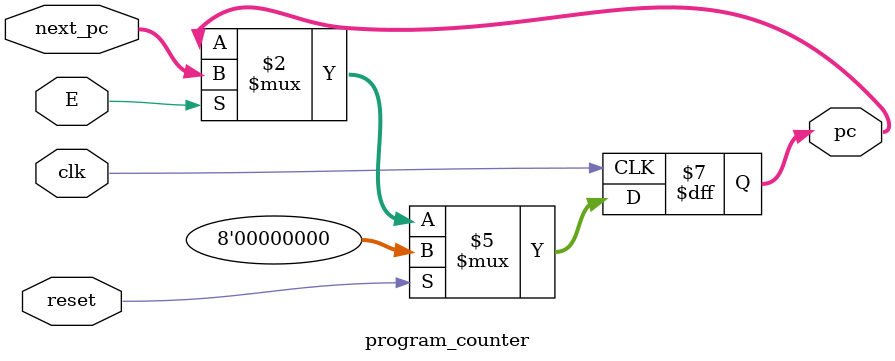
<source format=v>
module program_counter(
    input wire clk,
    input wire reset,
    input wire E,          // Enable signal mentioned in the requirements
    input wire [7:0] next_pc,  // Input from adder for potential branch
    output reg [7:0] pc    // Current PC value
);

    // Rising edge triggered with synchronous reset
    always @(posedge clk) begin
        if (reset)
            pc <= 8'b0;        // Reset to address 0
        else if (E)           // Only update when enabled
            pc <= next_pc;    // Update to next instruction address
    end

endmodule
</source>
